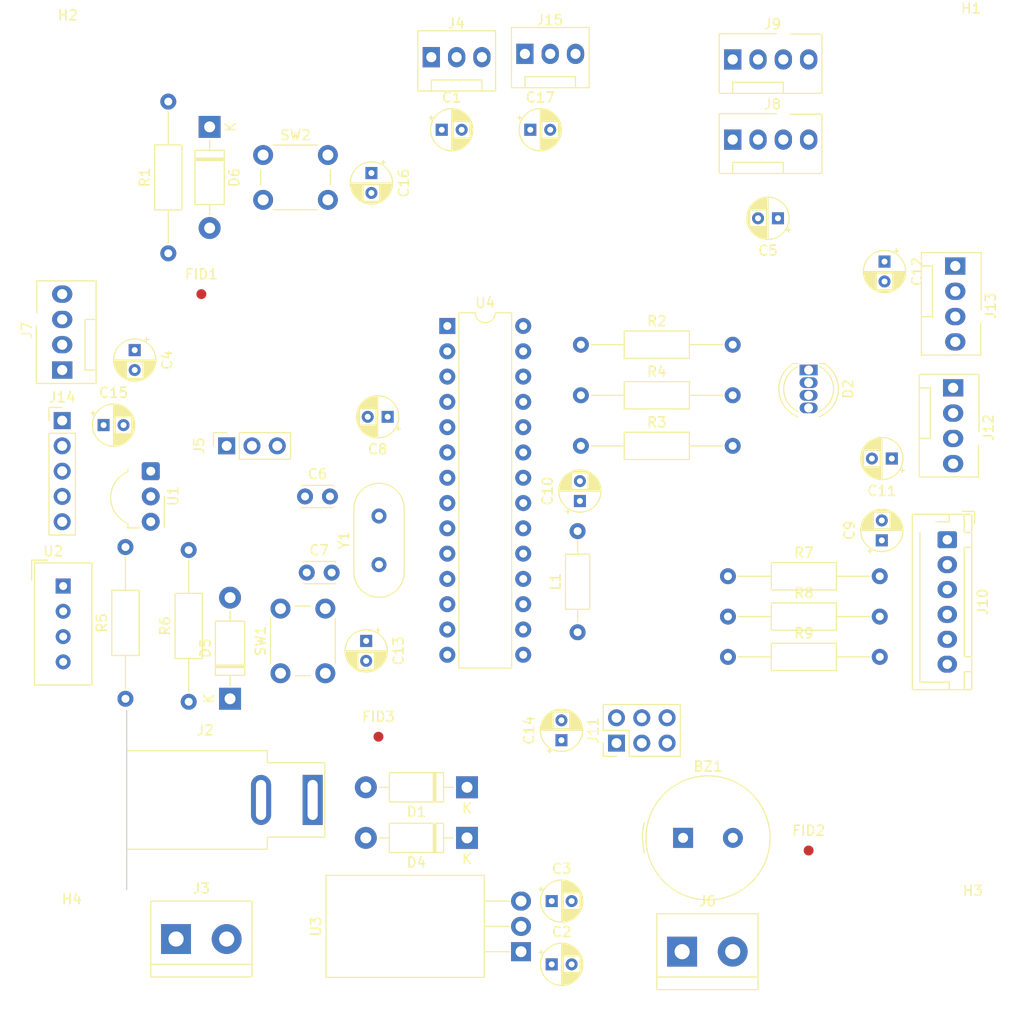
<source format=kicad_pcb>
(kicad_pcb (version 20240108) (generator "pcbnew") (generator_version "8.0")
  (layers (0 "F.Cu" signal) (31 "B.Cu" signal) (34 "B.Paste" user) (35 "F.Paste" user) (36 "B.SilkS" user "B.Silkscreen") (37 "F.SilkS" user "F.Silkscreen") (38 "B.Mask" user) (39 "F.Mask" user) (44 "Edge.Cuts" user))
  (net 0 "")
  (net 1 "/IO_BUZZ")
  (net 2 "GND")
  (net 3 "+5V")
  (net 4 "VCC")
  (net 5 "/MCU_XTAL1")
  (net 6 "/MCU_XTAL2")
  (net 7 "/MCU_RESET")
  (net 8 "/IO_USER")
  (net 9 "Net-(D1-A)")
  (net 10 "Net-(D2-RA)")
  (net 11 "Net-(D2-GA)")
  (net 12 "Net-(D2-BA)")
  (net 13 "Net-(D4-A)")
  (net 14 "/IO_SERV_R")
  (net 15 "/IO_PIR")
  (net 16 "/MCU_TXD")
  (net 17 "/MCU_RXD")
  (net 18 "/AD5{slash}SCL")
  (net 19 "/AD4{slash}SDA")
  (net 21 "/MOSI_R")
  (net 22 "/MCU_SS")
  (net 23 "/SCK_R")
  (net 24 "/MISO_R")
  (net 25 "/MCU_SCK")
  (net 26 "/MCU_MOSI")
  (net 27 "/MCU_MISO")
  (net 29 "/AD2_RAIN")
  (net 31 "/AD3_MQ2")
  (net 32 "/IO_SERV_L")
  (net 33 "/AVCC_IND")
  (net 34 "/IO_LED_R")
  (net 35 "/IO_LED_B")
  (net 36 "/IO_LED_G")
  (net 37 "/IO_DHT")
  (net 38 "/IO_IR_REC")
  (footprint "Diode_THT:D_DO-41_SOD81_P10.16mm_Horizontal" (layer "F.Cu") (at 96.86 128.27 90)
    (property "Reference" "D5" (at 5.08 -2.47 270) (layer "F.SilkS"))
    (property "Value" "1N47xxA")
    (fp_text user "K" (at 0 -2.1 270) (layer "F.SilkS"))
    (pad "1" thru_hole rect (at 0 0 90) (size 2.2 2.2) (drill 1.1) (layers "*.Cu" "*.Mask") (net 3 "+5V"))
    (pad "2" thru_hole oval (at 10.16 0 90) (size 2.2 2.2) (drill 1.1) (layers "*.Cu" "*.Mask") (net 7 "/MCU_RESET"))
  )
  (footprint "Capacitor_THT:CP_Radial_D4.0mm_P2.00mm" (layer "F.Cu") (at 111.05 75.47 -90)
    (property "Reference" "C16" (at 1 -3.25 90) (layer "F.SilkS"))
    (property "Value" "100nF 25V")
    (pad "1" thru_hole rect (at 0 0 270) (size 1.2 1.2) (drill 0.6) (layers "*.Cu" "*.Mask") (net 8 "/IO_USER"))
    (pad "2" thru_hole circle (at 2 0 270) (size 1.2 1.2) (drill 0.6) (layers "*.Cu" "*.Mask") (net 2 "GND"))
  )
  (footprint "Capacitor_THT:CP_Radial_D4.0mm_P2.00mm" (layer "F.Cu") (at 118.11 71.12)
    (property "Reference" "C1" (at 1 -3.25 0) (layer "F.SilkS"))
    (property "Value" "100nF 25V")
    (pad "1" thru_hole rect (at 0 0) (size 1.2 1.2) (drill 0.6) (layers "*.Cu" "*.Mask") (net 3 "+5V"))
    (pad "2" thru_hole circle (at 2 0) (size 1.2 1.2) (drill 0.6) (layers "*.Cu" "*.Mask") (net 2 "GND"))
  )
  (footprint "Connector_BarrelJack:BarrelJack_SwitchcraftConxall_RAPC10U_Horizontal" (layer "F.Cu") (at 105.15 138.43)
    (property "Reference" "J2" (at -10.8 -7 0) (layer "F.SilkS"))
    (property "Value" "12V INPUT")
    (fp_line (start -18.67 -9) (end -18.67 9) (stroke (width 0.12)) (layer "Edge.Cuts"))
    (pad "1" thru_hole rect (at 0 0) (size 2.02 5.02) (drill oval 1.02 4.02) (layers "*.Cu" "*.Mask") (net 9 "Net-(D1-A)"))
    (pad "2" thru_hole oval (at -5.18 0) (size 2.02 5.02) (drill oval 1.02 4.02) (layers "*.Cu" "*.Mask") (net 2 "GND"))
  )
  (footprint "Resistor_THT:R_Axial_DIN0207_L6.3mm_D2.5mm_P15.24mm_Horizontal" (layer "F.Cu") (at 146.8416 124.0624)
    (property "Reference" "R9" (at 7.62 -2.37 0) (layer "F.SilkS"))
    (property "Value" "330R 1/4W")
    (pad "1" thru_hole circle (at 0 0) (size 1.6 1.6) (drill 0.8) (layers "*.Cu" "*.Mask") (net 25 "/MCU_SCK"))
    (pad "2" thru_hole oval (at 15.24 0) (size 1.6 1.6) (drill 0.8) (layers "*.Cu" "*.Mask") (net 23 "/SCK_R"))
  )
  (footprint "TerminalBlock:TerminalBlock_bornier-2_P5.08mm" (layer "F.Cu") (at 91.44 152.4)
    (property "Reference" "J3" (at 2.54 -5.08 0) (layer "F.SilkS"))
    (property "Value" "Screw_Terminal_01x02")
    (pad "1" thru_hole rect (at 0 0) (size 3 3) (drill 1.52) (layers "*.Cu" "*.Mask") (net 13 "Net-(D4-A)"))
    (pad "2" thru_hole circle (at 5.08 0) (size 3 3) (drill 1.52) (layers "*.Cu" "*.Mask") (net 2 "GND"))
  )
  (footprint "Sensor:Aosong_DHT11_5.5x12.0_P2.54mm" (layer "F.Cu") (at 80.1075 116.945)
    (property "Reference" "U2" (at -1 -3.5 0) (layer "F.SilkS"))
    (property "Value" "DHT11")
    (pad "1" thru_hole rect (at 0 0) (size 1.5 1.5) (drill 0.8) (layers "*.Cu" "*.Mask") (net 3 "+5V"))
    (pad "2" thru_hole circle (at 0 2.54) (size 1.5 1.5) (drill 0.8) (layers "*.Cu" "*.Mask") (net 37 "/IO_DHT"))
    (pad "3" thru_hole circle (at 0 5.08) (size 1.5 1.5) (drill 0.8) (layers "*.Cu" "*.Mask"))
    (pad "4" thru_hole circle (at 0 7.62) (size 1.5 1.5) (drill 0.8) (layers "*.Cu" "*.Mask") (net 2 "GND"))
  )
  (footprint "Connector_JST:JST_XH_B6B-XH-AM_1x06_P2.50mm_Vertical" (layer "F.Cu") (at 168.8592 112.2972 -90)
    (property "Reference" "J10" (at 6.25 -3.55 90) (layer "F.SilkS"))
    (property "Value" "Conn_01x06_Pin")
    (pad "" np_thru_hole circle (at -1.6 2 270) (size 1.2 1.2) (drill 1.2) (layers "*.Cu" "*.Mask"))
    (pad "1" thru_hole roundrect (at 0 0 270) (size 1.7 1.95) (drill 0.95) (layers "*.Cu" "*.Mask") (roundrect_rratio 0.147059) (net 3 "+5V"))
    (pad "2" thru_hole oval (at 2.5 0 270) (size 1.7 1.95) (drill 0.95) (layers "*.Cu" "*.Mask") (net 22 "/MCU_SS"))
    (pad "3" thru_hole oval (at 5 0 270) (size 1.7 1.95) (drill 0.95) (layers "*.Cu" "*.Mask") (net 21 "/MOSI_R"))
    (pad "4" thru_hole oval (at 7.5 0 270) (size 1.7 1.95) (drill 0.95) (layers "*.Cu" "*.Mask") (net 24 "/MISO_R"))
    (pad "5" thru_hole oval (at 10 0 270) (size 1.7 1.95) (drill 0.95) (layers "*.Cu" "*.Mask") (net 23 "/SCK_R"))
    (pad "6" thru_hole oval (at 12.5 0 270) (size 1.7 1.95) (drill 0.95) (layers "*.Cu" "*.Mask") (net 2 "GND"))
  )
  (footprint "Capacitor_THT:CP_Radial_D4.0mm_P2.00mm" (layer "F.Cu") (at 110.523 122.46 -90)
    (property "Reference" "C13" (at 1 -3.25 90) (layer "F.SilkS"))
    (property "Value" "100nF 25V")
    (pad "1" thru_hole rect (at 0 0 270) (size 1.2 1.2) (drill 0.6) (layers "*.Cu" "*.Mask") (net 7 "/MCU_RESET"))
    (pad "2" thru_hole circle (at 2 0 270) (size 1.2 1.2) (drill 0.6) (layers "*.Cu" "*.Mask") (net 2 "GND"))
  )
  (footprint "Resistor_THT:R_Axial_DIN0207_L6.3mm_D2.5mm_P15.24mm_Horizontal" (layer "F.Cu") (at 92.71 128.57 90)
    (property "Reference" "R6" (at 7.62 -2.37 270) (layer "F.SilkS"))
    (property "Value" "10K 1/4W")
    (pad "1" thru_hole circle (at 0 0 90) (size 1.6 1.6) (drill 0.8) (layers "*.Cu" "*.Mask") (net 7 "/MCU_RESET"))
    (pad "2" thru_hole oval (at 15.24 0 90) (size 1.6 1.6) (drill 0.8) (layers "*.Cu" "*.Mask") (net 3 "+5V"))
  )
  (footprint "Capacitor_THT:CP_Radial_D4.0mm_P2.00mm" (layer "F.Cu") (at 131.9784 108.4072 90)
    (property "Reference" "C10" (at 1 -3.25 -90) (layer "F.SilkS"))
    (property "Value" "100nF 25V")
    (pad "1" thru_hole rect (at 0 0 90) (size 1.2 1.2) (drill 0.6) (layers "*.Cu" "*.Mask") (net 3 "+5V"))
    (pad "2" thru_hole circle (at 2 0 90) (size 1.2 1.2) (drill 0.6) (layers "*.Cu" "*.Mask") (net 2 "GND"))
  )
  (footprint "Capacitor_THT:CP_Radial_D4.0mm_P2.00mm" (layer "F.Cu") (at 129.15 154.94)
    (property "Reference" "C2" (at 1 -3.25 0) (layer "F.SilkS"))
    (property "Value" "330nF 25V ")
    (pad "1" thru_hole rect (at 0 0) (size 1.2 1.2) (drill 0.6) (layers "*.Cu" "*.Mask") (net 4 "VCC"))
    (pad "2" thru_hole circle (at 2 0) (size 1.2 1.2) (drill 0.6) (layers "*.Cu" "*.Mask") (net 2 "GND"))
  )
  (footprint "Capacitor_THT:C_Disc_D3.0mm_W2.0mm_P2.50mm" (layer "F.Cu") (at 104.3886 107.95)
    (property "Reference" "C6" (at 1.25 -2.25 0) (layer "F.SilkS"))
    (property "Value" "12pF")
    (pad "1" thru_hole circle (at 0 0) (size 1.6 1.6) (drill 0.8) (layers "*.Cu" "*.Mask") (net 2 "GND"))
    (pad "2" thru_hole circle (at 2.5 0) (size 1.6 1.6) (drill 0.8) (layers "*.Cu" "*.Mask") (net 5 "/MCU_XTAL1"))
  )
  (footprint "Fiducial:Fiducial_1mm_Mask2mm" (layer "F.Cu") (at 154.94 143.51)
    (property "Reference" "FID2" (at 0 -2 0) (layer "F.SilkS"))
    (property "Value" "Fiducial")
    (pad "" smd circle (at 0 0) (size 1 1) (layers "F.Cu" "F.Mask") (clearance 0.5))
  )
  (footprint "Capacitor_THT:CP_Radial_D4.0mm_P2.00mm" (layer "F.Cu") (at 84.164801 100.78)
    (property "Reference" "C15" (at 1 -3.25 0) (layer "F.SilkS"))
    (property "Value" "100nF 25V")
    (pad "1" thru_hole rect (at 0 0) (size 1.2 1.2) (drill 0.6) (layers "*.Cu" "*.Mask") (net 3 "+5V"))
    (pad "2" thru_hole circle (at 2 0) (size 1.2 1.2) (drill 0.6) (layers "*.Cu" "*.Mask") (net 2 "GND"))
  )
  (footprint "Capacitor_THT:CP_Radial_D4.0mm_P2.00mm" (layer "F.Cu") (at 163.29 104.14 180)
    (property "Reference" "C11" (at 1 -3.25 180) (layer "F.SilkS"))
    (property "Value" "100nF 25V")
    (pad "1" thru_hole rect (at 0 0 180) (size 1.2 1.2) (drill 0.6) (layers "*.Cu" "*.Mask") (net 3 "+5V"))
    (pad "2" thru_hole circle (at 2 0 180) (size 1.2 1.2) (drill 0.6) (layers "*.Cu" "*.Mask") (net 2 "GND"))
  )
  (footprint "Resistor_THT:R_Axial_DIN0207_L6.3mm_D2.5mm_P15.24mm_Horizontal" (layer "F.Cu") (at 132.08 97.79)
    (property "Reference" "R4" (at 7.62 -2.37 0) (layer "F.SilkS"))
    (property "Value" "330R 1/4W")
    (pad "1" thru_hole circle (at 0 0) (size 1.6 1.6) (drill 0.8) (layers "*.Cu" "*.Mask") (net 36 "/IO_LED_G"))
    (pad "2" thru_hole oval (at 15.24 0) (size 1.6 1.6) (drill 0.8) (layers "*.Cu" "*.Mask") (net 12 "Net-(D2-BA)"))
  )
  (footprint "Fiducial:Fiducial_1mm_Mask2mm" (layer "F.Cu") (at 111.76 132.08)
    (property "Reference" "FID3" (at 0 -2 0) (layer "F.SilkS"))
    (property "Value" "Fiducial")
    (pad "" smd circle (at 0 0) (size 1 1) (layers "F.Cu" "F.Mask") (clearance 0.5))
  )
  (footprint "Capacitor_THT:CP_Radial_D4.0mm_P2.00mm" (layer "F.Cu") (at 162.2848 112.3604 90)
    (property "Reference" "C9" (at 1 -3.25 -90) (layer "F.SilkS"))
    (property "Value" "100nF 25V")
    (pad "1" thru_hole rect (at 0 0 90) (size 1.2 1.2) (drill 0.6) (layers "*.Cu" "*.Mask") (net 3 "+5V"))
    (pad "2" thru_hole circle (at 2 0 90) (size 1.2 1.2) (drill 0.6) (layers "*.Cu" "*.Mask") (net 2 "GND"))
  )
  (footprint "Capacitor_THT:CP_Radial_D4.0mm_P2.00mm" (layer "F.Cu") (at 112.681799 99.949 180)
    (property "Reference" "C8" (at 1 -3.25 180) (layer "F.SilkS"))
    (property "Value" "100nF 25V")
    (pad "1" thru_hole rect (at 0 0 180) (size 1.2 1.2) (drill 0.6) (layers "*.Cu" "*.Mask") (net 3 "+5V"))
    (pad "2" thru_hole circle (at 2 0 180) (size 1.2 1.2) (drill 0.6) (layers "*.Cu" "*.Mask") (net 2 "GND"))
  )
  (footprint "Diode_THT:D_DO-41_SOD81_P10.16mm_Horizontal" (layer "F.Cu") (at 120.65 137.16 180)
    (property "Reference" "D1" (at 5.08 -2.47 180) (layer "F.SilkS"))
    (property "Value" "1N47xxA")
    (fp_text user "K" (at 0 -2.1 180) (layer "F.SilkS"))
    (pad "1" thru_hole rect (at 0 0 180) (size 2.2 2.2) (drill 1.1) (layers "*.Cu" "*.Mask") (net 4 "VCC"))
    (pad "2" thru_hole oval (at 10.16 0 180) (size 2.2 2.2) (drill 1.1) (layers "*.Cu" "*.Mask") (net 9 "Net-(D1-A)"))
  )
  (footprint "Diode_THT:D_DO-41_SOD81_P10.16mm_Horizontal" (layer "F.Cu") (at 94.81 70.83 -90)
    (property "Reference" "D6" (at 5.08 -2.47 90) (layer "F.SilkS"))
    (property "Value" "1N47xxA")
    (fp_text user "K" (at 0 -2.1 90) (layer "F.SilkS"))
    (pad "1" thru_hole rect (at 0 0 270) (size 2.2 2.2) (drill 1.1) (layers "*.Cu" "*.Mask") (net 3 "+5V"))
    (pad "2" thru_hole oval (at 10.16 0 270) (size 2.2 2.2) (drill 1.1) (layers "*.Cu" "*.Mask") (net 8 "/IO_USER"))
  )
  (footprint "Button_Switch_THT:SW_PUSH_6mm" (layer "F.Cu") (at 101.923 125.71 90)
    (property "Reference" "SW1" (at 3.25 -2 270) (layer "F.SilkS"))
    (property "Value" "SW_Push_Dual")
    (pad "1" thru_hole circle (at 0 0 180) (size 2 2) (drill 1.1) (layers "*.Cu" "*.Mask") (net 7 "/MCU_RESET"))
    (pad "1" thru_hole circle (at 6.5 0 180) (size 2 2) (drill 1.1) (layers "*.Cu" "*.Mask") (net 7 "/MCU_RESET"))
    (pad "2" thru_hole circle (at 0 4.5 180) (size 2 2) (drill 1.1) (layers "*.Cu" "*.Mask") (net 7 "/MCU_RESET"))
    (pad "2" thru_hole circle (at 6.5 4.5 180) (size 2 2) (drill 1.1) (layers "*.Cu" "*.Mask") (net 7 "/MCU_RESET"))
  )
  (footprint "MountingHole:MountingHole_4.3mm_M4" (layer "F.Cu") (at 80.5688 64.9224)
    (property "Reference" "H2" (at 0 -5.3 0) (layer "F.SilkS"))
    (property "Value" "MountingHole")
    (pad "" np_thru_hole circle (at 0 0) (size 4.3 4.3) (drill 4.3) (layers "*.Cu" "*.Mask"))
  )
  (footprint "Resistor_THT:R_Axial_DIN0207_L6.3mm_D2.5mm_P15.24mm_Horizontal" (layer "F.Cu") (at 86.36 128.27 90)
    (property "Reference" "R5" (at 7.62 -2.37 270) (layer "F.SilkS"))
    (property "Value" "10K 1/4W")
    (pad "1" thru_hole circle (at 0 0 90) (size 1.6 1.6) (drill 0.8) (layers "*.Cu" "*.Mask") (net 37 "/IO_DHT"))
    (pad "2" thru_hole oval (at 15.24 0 90) (size 1.6 1.6) (drill 0.8) (layers "*.Cu" "*.Mask") (net 3 "+5V"))
  )
  (footprint "OptoDevice:Vishay_MOLD-3Pin" (layer "F.Cu") (at 88.9 105.41 -90)
    (property "Reference" "U1" (at 2.5 -2.25 90) (layer "F.SilkS"))
    (property "Value" "TSDP341xx")
    (pad "1" thru_hole roundrect (at 0 0 270) (size 1.8 1.8) (drill 0.9) (layers "*.Cu" "*.Mask") (roundrect_rratio 0.138) (net 38 "/IO_IR_REC"))
    (pad "2" thru_hole circle (at 2.54 0 270) (size 1.8 1.8) (drill 0.9) (layers "*.Cu" "*.Mask") (net 2 "GND"))
    (pad "3" thru_hole circle (at 5.08 0 270) (size 1.8 1.8) (drill 0.9) (layers "*.Cu" "*.Mask") (net 3 "+5V"))
  )
  (footprint "Connector:FanPinHeader_1x04_P2.54mm_Vertical" (layer "F.Cu") (at 169.66 84.805199 -90)
    (property "Reference" "J13" (at 4 -3.55 90) (layer "F.SilkS"))
    (property "Value" "Conn_01x04_Socket")
    (pad "" np_thru_hole circle (at 5.08 -2.16) (size 1.1 1.1) (drill 1.1) (layers "*.Cu" "*.Mask"))
    (pad "1" thru_hole rect (at 0 0) (size 2.03 1.73) (drill 1.02) (layers "*.Cu" "*.Mask") (net 3 "+5V"))
    (pad "2" thru_hole oval (at 2.54 0) (size 2.03 1.73) (drill 1.02) (layers "*.Cu" "*.Mask") (net 2 "GND"))
    (pad "3" thru_hole oval (at 5.08 0) (size 2.03 1.73) (drill 1.02) (layers "*.Cu" "*.Mask"))
    (pad "4" thru_hole oval (at 7.62 0) (size 2.03 1.73) (drill 1.02) (layers "*.Cu" "*.Mask") (net 31 "/AD3_MQ2"))
  )
  (footprint "Connector:FanPinHeader_1x03_P2.54mm_Vertical" (layer "F.Cu") (at 126.46 63.5)
    (property "Reference" "J15" (at 2.5 -3.4 0) (layer "F.SilkS"))
    (property "Value" "Conn_01x03_Socket")
    (pad "1" thru_hole rect (at 0 0 90) (size 2.03 1.73) (drill 1.02) (layers "*.Cu" "*.Mask") (net 32 "/IO_SERV_L"))
    (pad "2" thru_hole oval (at 2.54 0 90) (size 2.03 1.73) (drill 1.02) (layers "*.Cu" "*.Mask") (net 3 "+5V"))
    (pad "3" thru_hole oval (at 5.08 0 90) (size 2.03 1.73) (drill 1.02) (layers "*.Cu" "*.Mask") (net 2 "GND"))
  )
  (footprint "Connector:FanPinHeader_1x04_P2.54mm_Vertical" (layer "F.Cu") (at 169.444801 97.04 -90)
    (property "Reference" "J12" (at 4 -3.55 90) (layer "F.SilkS"))
    (property "Value" "Conn_01x04_Socket")
    (pad "" np_thru_hole circle (at 5.08 -2.16) (size 1.1 1.1) (drill 1.1) (layers "*.Cu" "*.Mask"))
    (pad "1" thru_hole rect (at 0 0) (size 2.03 1.73) (drill 1.02) (layers "*.Cu" "*.Mask") (net 3 "+5V"))
    (pad "2" thru_hole oval (at 2.54 0) (size 2.03 1.73) (drill 1.02) (layers "*.Cu" "*.Mask") (net 2 "GND"))
    (pad "3" thru_hole oval (at 5.08 0) (size 2.03 1.73) (drill 1.02) (layers "*.Cu" "*.Mask"))
    (pad "4" thru_hole oval (at 7.62 0) (size 2.03 1.73) (drill 1.02) (layers "*.Cu" "*.Mask") (net 29 "/AD2_RAIN"))
  )
  (footprint "Capacitor_THT:CP_Radial_D4.0mm_P2.00mm" (layer "F.Cu") (at 87.2878 93.25 -90)
    (property "Reference" "C4" (at 1 -3.25 90) (layer "F.SilkS"))
    (property "Value" "100nF 25V")
    (pad "1" thru_hole rect (at 0 0 270) (size 1.2 1.2) (drill 0.6) (layers "*.Cu" "*.Mask") (net 3 "+5V"))
    (pad "2" thru_hole circle (at 2 0 270) (size 1.2 1.2) (drill 0.6) (layers "*.Cu" "*.Mask") (net 2 "GND"))
  )
  (footprint "Connector_PinSocket_2.54mm:PinSocket_1x03_P2.54mm_Vertical" (layer "F.Cu") (at 96.52 102.87 90)
    (property "Reference" "J5" (at 0 -2.77 270) (layer "F.SilkS"))
    (property "Value" "Conn_01x03_Socket")
    (pad "1" thru_hole rect (at 0 0 90) (size 1.7 1.7) (drill 1) (layers "*.Cu" "*.Mask") (net 3 "+5V"))
    (pad "2" thru_hole oval (at 0 2.54 90) (size 1.7 1.7) (drill 1) (layers "*.Cu" "*.Mask") (net 15 "/IO_PIR"))
    (pad "3" thru_hole oval (at 0 5.08 90) (size 1.7 1.7) (drill 1) (layers "*.Cu" "*.Mask") (net 2 "GND"))
  )
  (footprint "Capacitor_THT:CP_Radial_D4.0mm_P2.00mm" (layer "F.Cu") (at 151.86 80.01 180)
    (property "Reference" "C5" (at 1 -3.25 180) (layer "F.SilkS"))
    (property "Value" "100nF 25V")
    (pad "1" thru_hole rect (at 0 0 180) (size 1.2 1.2) (drill 0.6) (layers "*.Cu" "*.Mask") (net 3 "+5V"))
    (pad "2" thru_hole circle (at 2 0 180) (size 1.2 1.2) (drill 0.6) (layers "*.Cu" "*.Mask") (net 2 "GND"))
  )
  (footprint "MountingHole:MountingHole_4.3mm_M4" (layer "F.Cu") (at 80.9752 153.6954)
    (property "Reference" "H4" (at 0 -5.3 0) (layer "F.SilkS"))
    (property "Value" "MountingHole")
    (pad "" np_thru_hole circle (at 0 0) (size 4.3 4.3) (drill 4.3) (layers "*.Cu" "*.Mask"))
  )
  (footprint "Resistor_THT:R_Axial_DIN0207_L6.3mm_D2.5mm_P15.24mm_Horizontal" (layer "F.Cu") (at 132.08 92.71)
    (property "Reference" "R2" (at 7.62 -2.37 0) (layer "F.SilkS"))
    (property "Value" "330R 1/4W")
    (pad "1" thru_hole circle (at 0 0) (size 1.6 1.6) (drill 0.8) (layers "*.Cu" "*.Mask") (net 34 "/IO_LED_R"))
    (pad "2" thru_hole oval (at 15.24 0) (size 1.6 1.6) (drill 0.8) (layers "*.Cu" "*.Mask") (net 10 "Net-(D2-RA)"))
  )
  (footprint "Resistor_THT:R_Axial_DIN0207_L6.3mm_D2.5mm_P15.24mm_Horizontal" (layer "F.Cu") (at 90.66 83.53 90)
    (property "Reference" "R1" (at 7.62 -2.37 270) (layer "F.SilkS"))
    (property "Value" "10K 1/4W")
    (pad "1" thru_hole circle (at 0 0 90) (size 1.6 1.6) (drill 0.8) (layers "*.Cu" "*.Mask") (net 8 "/IO_USER"))
    (pad "2" thru_hole oval (at 15.24 0 90) (size 1.6 1.6) (drill 0.8) (layers "*.Cu" "*.Mask") (net 3 "+5V"))
  )
  (footprint "Capacitor_THT:CP_Radial_D4.0mm_P2.00mm" (layer "F.Cu") (at 129.15 148.59)
    (property "Reference" "C3" (at 1 -3.25 0) (layer "F.SilkS"))
    (property "Value" "100nF 25V")
    (pad "1" thru_hole rect (at 0 0) (size 1.2 1.2) (drill 0.6) (layers "*.Cu" "*.Mask") (net 3 "+5V"))
    (pad "2" thru_hole circle (at 2 0) (size 1.2 1.2) (drill 0.6) (layers "*.Cu" "*.Mask") (net 2 "GND"))
  )
  (footprint "Buzzer_Beeper:Buzzer_TDK_PS1240P02BT_D12.2mm_H6.5mm" (layer "F.Cu") (at 142.338431 142.24)
    (property "Reference" "BZ1" (at 2.5 -7.17 0) (layer "F.SilkS"))
    (property "Value" "Buzzer")
    (pad "1" thru_hole rect (at 0 0) (size 2 2) (drill 1) (layers "*.Cu" "*.Mask") (net 1 "/IO_BUZZ"))
    (pad "2" thru_hole circle (at 5 0) (size 2 2) (drill 1) (layers "*.Cu" "*.Mask") (net 2 "GND"))
  )
  (footprint "Capacitor_THT:CP_Radial_D4.0mm_P2.00mm" (layer "F.Cu") (at 127 71.12)
    (property "Reference" "C17" (at 1 -3.25 0) (layer "F.SilkS"))
    (property "Value" "100nF 25V")
    (pad "1" thru_hole rect (at 0 0) (size 1.2 1.2) (drill 0.6) (layers "*.Cu" "*.Mask") (net 3 "+5V"))
    (pad "2" thru_hole circle (at 2 0) (size 1.2 1.2) (drill 0.6) (layers "*.Cu" "*.Mask") (net 2 "GND"))
  )
  (footprint "TerminalBlock:TerminalBlock_bornier-2_P5.08mm" (layer "F.Cu") (at 142.24 153.67)
    (property "Reference" "J6" (at 2.54 -5.08 0) (layer "F.SilkS"))
    (property "Value" "Screw_Terminal_01x02")
    (pad "1" thru_hole rect (at 0 0) (size 3 3) (drill 1.52) (layers "*.Cu" "*.Mask") (net 1 "/IO_BUZZ"))
    (pad "2" thru_hole circle (at 5.08 0) (size 3 3) (drill 1.52) (layers "*.Cu" "*.Mask") (net 2 "GND"))
  )
  (footprint "Capacitor_THT:C_Disc_D3.0mm_W2.0mm_P2.50mm" (layer "F.Cu") (at 104.561 115.5954)
    (property "Reference" "C7" (at 1.25 -2.25 0) (layer "F.SilkS"))
    (property "Value" "12pF")
    (pad "1" thru_hole circle (at 0 0) (size 1.6 1.6) (drill 0.8) (layers "*.Cu" "*.Mask") (net 2 "GND"))
    (pad "2" thru_hole circle (at 2.5 0) (size 1.6 1.6) (drill 0.8) (layers "*.Cu" "*.Mask") (net 6 "/MCU_XTAL2"))
  )
  (footprint "Resistor_THT:R_Axial_DIN0207_L6.3mm_D2.5mm_P15.24mm_Horizontal" (layer "F.Cu") (at 132.08 102.87)
    (property "Reference" "R3" (at 7.62 -2.37 0) (layer "F.SilkS"))
    (property "Value" "330R 1/4W")
    (pad "1" thru_hole circle (at 0 0) (size 1.6 1.6) (drill 0.8) (layers "*.Cu" "*.Mask") (net 35 "/IO_LED_B"))
    (pad "2" thru_hole oval (at 15.24 0) (size 1.6 1.6) (drill 0.8) (layers "*.Cu" "*.Mask") (net 11 "Net-(D2-GA)"))
  )
  (footprint "LED_THT:LED_D5.0mm-4_RGB" (layer "F.Cu") (at 154.94 95.25 -90)
    (property "Reference" "D2" (at 1.905 -3.96 90) (layer "F.SilkS"))
    (property "Value" "LED_KRBG")
    (pad "1" thru_hole rect (at 0 0 270) (size 1.07 1.8) (drill 0.9) (layers "*.Cu" "*.Mask") (net 2 "GND"))
    (pad "2" thru_hole oval (at 1.27 0 270) (size 1.07 1.8) (drill 0.9) (layers "*.Cu" "*.Mask") (net 10 "Net-(D2-RA)"))
    (pad "3" thru_hole oval (at 2.54 0 270) (size 1.07 1.8) (drill 0.9) (layers "*.Cu" "*.Mask") (net 12 "Net-(D2-BA)"))
    (pad "4" thru_hole oval (at 3.81 0 270) (size 1.07 1.8) (drill 0.9) (layers "*.Cu" "*.Mask") (net 11 "Net-(D2-GA)"))
  )
  (footprint "Connector_PinHeader_2.54mm:PinHeader_1x05_P2.54mm_Vertical" (layer "F.Cu") (at 80.01 100.33)
    (property "Reference" "J14" (at 0 -2.33 0) (layer "F.SilkS"))
    (property "Value" "Conn_01x05_Pin")
    (pad "1" thru_hole rect (at 0 0) (size 1.7 1.7) (drill 1) (layers "*.Cu" "*.Mask") (net 7 "/MCU_RESET"))
    (pad "2" thru_hole oval (at 0 2.54) (size 1.7 1.7) (drill 1) (layers "*.Cu" "*.Mask") (net 3 "+5V"))
    (pad "3" thru_hole oval (at 0 5.08) (size 1.7 1.7) (drill 1) (layers "*.Cu" "*.Mask") (net 2 "GND"))
    (pad "4" thru_hole oval (at 0 7.62) (size 1.7 1.7) (drill 1) (layers "*.Cu" "*.Mask") (net 16 "/MCU_TXD"))
    (pad "5" thru_hole oval (at 0 10.16) (size 1.7 1.7) (drill 1) (layers "*.Cu" "*.Mask") (net 17 "/MCU_RXD"))
  )
  (footprint "Connector:FanPinHeader_1x04_P2.54mm_Vertical" (layer "F.Cu") (at 80.01 95.25 90)
    (property "Reference" "J7" (at 4 -3.55 270) (layer "F.SilkS"))
    (property "Value" "Conn_01x04_Socket")
    (pad "" np_thru_hole circle (at 5.08 -2.16 180) (size 1.1 1.1) (drill 1.1) (layers "*.Cu" "*.Mask"))
    (pad "1" thru_hole rect (at 0 0 180) (size 2.03 1.73) (drill 1.02) (layers "*.Cu" "*.Mask") (net 3 "+5V"))
    (pad "2" thru_hole oval (at 2.54 0 180) (size 2.03 1.73) (drill 1.02) (layers "*.Cu" "*.Mask") (net 16 "/MCU_TXD"))
    (pad "3" thru_hole oval (at 5.08 0 180) (size 2.03 1.73) (drill 1.02) (layers "*.Cu" "*.Mask") (net 17 "/MCU_RXD"))
    (pad "4" thru_hole oval (at 7.62 0 180) (size 2.03 1.73) (drill 1.02) (layers "*.Cu" "*.Mask") (net 2 "GND"))
  )
  (footprint "Diode_THT:D_DO-41_SOD81_P10.16mm_Horizontal" (layer "F.Cu") (at 120.65 142.24 180)
    (property "Reference" "D4" (at 5.08 -2.47 180) (layer "F.SilkS"))
    (property "Value" "1N47xxA")
    (fp_text user "K" (at 0 -2.1 180) (layer "F.SilkS"))
    (pad "1" thru_hole rect (at 0 0 180) (size 2.2 2.2) (drill 1.1) (layers "*.Cu" "*.Mask") (net 4 "VCC"))
    (pad "2" thru_hole oval (at 10.16 0 180) (size 2.2 2.2) (drill 1.1) (layers "*.Cu" "*.Mask") (net 13 "Net-(D4-A)"))
  )
  (footprint "MountingHole:MountingHole_4.3mm_M4" (layer "F.Cu") (at 171.2468 64.2366)
    (property "Reference" "H1" (at 0 -5.3 0) (layer "F.SilkS"))
    (property "Value" "MountingHole")
    (pad "" np_thru_hole circle (at 0 0) (size 4.3 4.3) (drill 4.3) (layers "*.Cu" "*.Mask"))
  )
  (footprint "Capacitor_THT:CP_Radial_D4.0mm_P2.00mm" (layer "F.Cu") (at 162.56 84.36 -90)
    (property "Reference" "C12" (at 1 -3.25 90) (layer "F.SilkS"))
    (property "Value" "100nF 25V")
    (pad "1" thru_hole rect (at 0 0 270) (size 1.2 1.2) (drill 0.6) (layers "*.Cu" "*.Mask") (net 3 "+5V"))
    (pad "2" thru_hole circle (at 2 0 270) (size 1.2 1.2) (drill 0.6) (layers "*.Cu" "*.Mask") (net 2 "GND"))
  )
  (footprint "Inductor_THT:L_Axial_L5.3mm_D2.2mm_P10.16mm_Horizontal_Vishay_IM-1" (layer "F.Cu") (at 131.7498 121.5898 90)
    (property "Reference" "L1" (at 5.08 -2.22 -90) (layer "F.SilkS"))
    (property "Value" "10uH 15mA 10%")
    (pad "1" thru_hole circle (at 0 0 90) (size 1.6 1.6) (drill 0.8) (layers "*.Cu" "*.Mask") (net 3 "+5V"))
    (pad "2" thru_hole oval (at 10.16 0 90) (size 1.6 1.6) (drill 0.8) (layers "*.Cu" "*.Mask") (net 33 "/AVCC_IND"))
  )
  (footprint "Package_DIP:DIP-28_W7.62mm" (layer "F.Cu") (at 118.6688 90.8304)
    (property "Reference" "U4" (at 3.81 -2.33 0) (layer "F.SilkS"))
    (property "Value" "ATmega328P-P")
    (pad "1" thru_hole rect (at 0 0) (size 1.6 1.6) (drill 0.8) (layers "*.Cu" "*.Mask") (net 7 "/MCU_RESET"))
    (pad "2" thru_hole oval (at 0 2.54) (size 1.6 1.6) (drill 0.8) (layers "*.Cu" "*.Mask") (net 17 "/MCU_RXD"))
    (pad "3" thru_hole oval (at 0 5.08) (size 1.6 1.6) (drill 0.8) (layers "*.Cu" "*.Mask") (net 16 "/MCU_TXD"))
    (pad "4" thru_hole oval (at 0 7.62) (size 1.6 1.6) (drill 0.8) (layers "*.Cu" "*.Mask") (net 8 "/IO_USER"))
    (pad "5" thru_hole oval (at 0 10.16) (size 1.6 1.6) (drill 0.8) (layers "*.Cu" "*.Mask") (net 32 "/IO_SERV_L"))
    (pad "6" thru_hole oval (at 0 12.7) (size 1.6 1.6) (drill 0.8) (layers "*.Cu" "*.Mask") (net 15 "/IO_PIR"))
    (pad "7" thru_hole oval (at 0 15.24) (size 1.6 1.6) (drill 0.8) (layers "*.Cu" "*.Mask") (net 3 "+5V"))
    (pad "8" thru_hole oval (at 0 17.78) (size 1.6 1.6) (drill 0.8) (layers "*.Cu" "*.Mask") (net 2 "GND"))
    (pad "9" thru_hole oval (at 0 20.32) (size 1.6 1.6) (drill 0.8) (layers "*.Cu" "*.Mask") (net 5 "/MCU_XTAL1"))
    (pad "10" thru_hole oval (at 0 22.86) (size 1.6 1.6) (drill 0.8) (layers "*.Cu" "*.Mask") (net 6 "/MCU_XTAL2"))
    (pad "11" thru_hole oval (at 0 25.4) (size 1.6 1.6) (drill 0.8) (layers "*.Cu" "*.Mask") (net 38 "/IO_IR_REC"))
    (pad "12" thru_hole oval (at 0 27.94) (size 1.6 1.6) (drill 0.8) (layers "*.Cu" "*.Mask") (net 1 "/IO_BUZZ"))
    (pad "13" thru_hole oval (at 0 30.48) (size 1.6 1.6) (drill 0.8) (layers "*.Cu" "*.Mask") (net 14 "/IO_SERV_R"))
    (pad "14" thru_hole oval (at 0 33.02) (size 1.6 1.6) (drill 0.8) (layers "*.Cu" "*.Mask") (net 37 "/IO_DHT"))
    (pad "15" thru_hole oval (at 7.62 33.02) (size 1.6 1.6) (drill 0.8) (layers "*.Cu" "*.Mask") (net 34 "/IO_LED_R"))
    (pad "16" thru_hole oval (at 7.62 30.48) (size 1.6 1.6) (drill 0.8) (layers "*.Cu" "*.Mask") (net 22 "/MCU_SS"))
    (pad "17" thru_hole oval (at 7.62 27.94) (size 1.6 1.6) (drill 0.8) (layers "*.Cu" "*.Mask") (net 26 "/MCU_MOSI"))
    (pad "18" thru_hole oval (at 7.62 25.4) (size 1.6 1.6) (drill 0.8) (layers "*.Cu" "*.Mask") (net 27 "/MCU_MISO"))
    (pad "19" thru_hole oval (at 7.62 22.86) (size 1.6 1.6) (drill 0.8) (layers "*.Cu" "*.Mask") (net 25 "/MCU_SCK"))
    (pad "20" thru_hole oval (at 7.62 20.32) (size 1.6 1.6) (drill 0.8) (layers "*.Cu" "*.Mask") (net 33 "/AVCC_IND"))
    (pad "21" thru_hole oval (at 7.62 17.78) (size 1.6 1.6) (drill 0.8) (layers "*.Cu" "*.Mask"))
    (pad "22" thru_hole oval (at 7.62 15.24) (size 1.6 1.6) (drill 0.8) (layers "*.Cu" "*.Mask") (net 2 "GND"))
    (pad "23" thru_hole oval (at 7.62 12.7) (size 1.6 1.6) (drill 0.8) (layers "*.Cu" "*.Mask") (net 35 "/IO_LED_B"))
    (pad "24" thru_hole oval (at 7.62 10.16) (size 1.6 1.6) (drill 0.8) (layers "*.Cu" "*.Mask") (net 36 "/IO_LED_G"))
    (pad "25" thru_hole oval (at 7.62 7.62) (size 1.6 1.6) (drill 0.8) (layers "*.Cu" "*.Mask") (net 29 "/AD2_RAIN"))
    (pad "26" thru_hole oval (at 7.62 5.08) (size 1.6 1.6) (drill 0.8) (layers "*.Cu" "*.Mask") (net 31 "/AD3_MQ2"))
    (pad "27" thru_hole oval (at 7.62 2.54) (size 1.6 1.6) (drill 0.8) (layers "*.Cu" "*.Mask") (net 19 "/AD4{slash}SDA"))
    (pad "28" thru_hole oval (at 7.62 0) (size 1.6 1.6) (drill 0.8) (layers "*.Cu" "*.Mask") (net 18 "/AD5{slash}SCL"))
  )
  (footprint "Package_TO_SOT_THT:TO-220-3_Horizontal_TabDown" (layer "F.Cu") (at 126.07 153.67 90)
    (property "Reference" "U3" (at 2.54 -20.58 270) (layer "F.SilkS"))
    (property "Value" "L7805")
    (pad "" np_thru_hole oval (at 2.54 -16.66 90) (size 3.5 3.5) (drill 3.5) (layers "*.Cu" "*.Mask"))
    (pad "1" thru_hole rect (at 0 0 90) (size 1.905 2) (drill 1.1) (layers "*.Cu" "*.Mask") (net 4 "VCC"))
    (pad "2" thru_hole oval (at 2.54 0 90) (size 1.905 2) (drill 1.1) (layers "*.Cu" "*.Mask") (net 2 "GND"))
    (pad "3" thru_hole oval (at 5.08 0 90) (size 1.905 2) (drill 1.1) (layers "*.Cu" "*.Mask") (net 3 "+5V"))
  )
  (footprint "Connector_PinHeader_2.54mm:PinHeader_2x03_P2.54mm_Vertical" (layer "F.Cu") (at 135.651 132.72 90)
    (property "Reference" "J11" (at 1.27 -2.33 -90) (layer "F.SilkS"))
    (property "Value" "Conn_02x03_Odd_Even")
    (pad "1" thru_hole rect (at 0 0 90) (size 1.7 1.7) (drill 1) (layers "*.Cu" "*.Mask") (net 27 "/MCU_MISO"))
    (pad "2" thru_hole oval (at 2.54 0 90) (size 1.7 1.7) (drill 1) (layers "*.Cu" "*.Mask") (net 3 "+5V"))
    (pad "3" thru_hole oval (at 0 2.54 90) (size 1.7 1.7) (drill 1) (layers "*.Cu" "*.Mask") (net 25 "/MCU_SCK"))
    (pad "4" thru_hole oval (at 2.54 2.54 90) (size 1.7 1.7) (drill 1) (layers "*.Cu" "*.Mask") (net 26 "/MCU_MOSI"))
    (pad "5" thru_hole oval (at 0 5.08 90) (size 1.7 1.7) (drill 1) (layers "*.Cu" "*.Mask") (net 7 "/MCU_RESET"))
    (pad "6" thru_hole oval (at 2.54 5.08 90) (size 1.7 1.7) (drill 1) (layers "*.Cu" "*.Mask") (net 2 "GND"))
  )
  (footprint "Connector:FanPinHeader_1x04_P2.54mm_Vertical" (layer "F.Cu") (at 147.32 64.06)
    (property "Reference" "J9" (at 4 -3.55 360) (layer "F.SilkS"))
    (property "Value" "Conn_01x04_Socket")
    (pad "" np_thru_hole circle (at 5.08 -2.16 90) (size 1.1 1.1) (drill 1.1) (layers "*.Cu" "*.Mask"))
    (pad "1" thru_hole rect (at 0 0 90) (size 2.03 1.73) (drill 1.02) (layers "*.Cu" "*.Mask") (net 19 "/AD4{slash}SDA"))
    (pad "2" thru_hole oval (at 2.54 0 90) (size 2.03 1.73) (drill 1.02) (layers "*.Cu" "*.Mask") (net 18 "/AD5{slash}SCL"))
    (pad "3" thru_hole oval (at 5.08 0 90) (size 2.03 1.73) (drill 1.02) (layers "*.Cu" "*.Mask"))
    (pad "4" thru_hole oval (at 7.62 0 90) (size 2.03 1.73) (drill 1.02) (layers "*.Cu" "*.Mask") (net 2 "GND"))
  )
  (footprint "Connector:FanPinHeader_1x04_P2.54mm_Vertical" (layer "F.Cu") (at 147.32 72.11)
    (property "Reference" "J8" (at 4 -3.55 360) (layer "F.SilkS"))
    (property "Value" "Conn_01x04_Socket")
    (pad "" np_thru_hole circle (at 5.08 -2.16 90) (size 1.1 1.1) (drill 1.1) (layers "*.Cu" "*.Mask"))
    (pad "1" thru_hole rect (at 0 0 90) (size 2.03 1.73) (drill 1.02) (layers "*.Cu" "*.Mask") (net 19 "/AD4{slash}SDA"))
    (pad "2" thru_hole oval (at 2.54 0 90) (size 2.03 1.73) (drill 1.02) (layers "*.Cu" "*.Mask") (net 18 "/AD5{slash}SCL"))
    (pad "3" thru_hole oval (at 5.08 0 90) (size 2.03 1.73) (drill 1.02) (layers "*.Cu" "*.Mask") (net 3 "+5V"))
    (pad "4" thru_hole oval (at 7.62 0 90) (size 2.03 1.73) (drill 1.02) (layers "*.Cu" "*.Mask") (net 2 "GND"))
  )
  (footprint "Resistor_THT:R_Axial_DIN0207_L6.3mm_D2.5mm_P15.24mm_Horizontal" (layer "F.Cu") (at 146.8416 120.0124)
    (property "Reference" "R8" (at 7.62 -2.37 0) (layer "F.SilkS"))
    (property "Value" "330R 1/4W")
    (pad "1" thru_hole circle (at 0 0) (size 1.6 1.6) (drill 0.8) (layers "*.Cu" "*.Mask") (net 27 "/MCU_MISO"))
    (pad "2" thru_hole oval (at 15.24 0) (size 1.6 1.6) (drill 0.8) (layers "*.Cu" "*.Mask") (net 24 "/MISO_R"))
  )
  (footprint "MountingHole:MountingHole_4.3mm_M4" (layer "F.Cu") (at 171.4246 152.8572)
    (property "Reference" "H3" (at 0 -5.3 0) (layer "F.SilkS"))
    (property "Value" "MountingHole")
    (pad "" np_thru_hole circle (at 0 0) (size 4.3 4.3) (drill 4.3) (layers "*.Cu" "*.Mask"))
  )
  (footprint "Resistor_THT:R_Axial_DIN0207_L6.3mm_D2.5mm_P15.24mm_Horizontal" (layer "F.Cu") (at 146.8416 115.9624)
    (property "Reference" "R7" (at 7.62 -2.37 0) (layer "F.SilkS"))
    (property "Value" "330R 1/4W")
    (pad "1" thru_hole circle (at 0 0) (size 1.6 1.6) (drill 0.8) (layers "*.Cu" "*.Mask") (net 26 "/MCU_MOSI"))
    (pad "2" thru_hole oval (at 15.24 0) (size 1.6 1.6) (drill 0.8) (layers "*.Cu" "*.Mask") (net 21 "/MOSI_R"))
  )
  (footprint "Connector:FanPinHeader_1x03_P2.54mm_Vertical" (layer "F.Cu") (at 117.065199 63.83)
    (property "Reference" "J4" (at 2.5 -3.4 0) (layer "F.SilkS"))
    (property "Value" "Conn_01x03_Socket")
    (pad "1" thru_hole rect (at 0 0 90) (size 2.03 1.73) (drill 1.02) (layers "*.Cu" "*.Mask") (net 14 "/IO_SERV_R"))
    (pad "2" thru_hole oval (at 2.54 0 90) (size 2.03 1.73) (drill 1.02) (layers "*.Cu" "*.Mask") (net 3 "+5V"))
    (pad "3" thru_hole oval (at 5.08 0 90) (size 2.03 1.73) (drill 1.02) (layers "*.Cu" "*.Mask") (net 2 "GND"))
  )
  (footprint "Crystal:Crystal_HC49-4H_Vertical" (layer "F.Cu") (at 111.8108 114.7942 90)
    (property "Reference" "Y1" (at 2.44 -3.525 -90) (layer "F.SilkS"))
    (property "Value" "16MHz")
    (pad "1" thru_hole circle (at 0 0 90) (size 1.5 1.5) (drill 0.8) (layers "*.Cu" "*.Mask") (net 6 "/MCU_XTAL2"))
    (pad "2" thru_hole circle (at 4.88 0 90) (size 1.5 1.5) (drill 0.8) (layers "*.Cu" "*.Mask") (net 5 "/MCU_XTAL1"))
  )
  (footprint "Button_Switch_THT:SW_PUSH_6mm" (layer "F.Cu") (at 100.18 73.66)
    (property "Reference" "SW2" (at 3.25 -2 360) (layer "F.SilkS"))
    (property "Value" "SW_Push_Dual")
    (pad "1" thru_hole circle (at 0 0 90) (size 2 2) (drill 1.1) (layers "*.Cu" "*.Mask") (net 8 "/IO_USER"))
    (pad "1" thru_hole circle (at 6.5 0 90) (size 2 2) (drill 1.1) (layers "*.Cu" "*.Mask") (net 8 "/IO_USER"))
    (pad "2" thru_hole circle (at 0 4.5 90) (size 2 2) (drill 1.1) (layers "*.Cu" "*.Mask") (net 8 "/IO_USER"))
    (pad "2" thru_hole circle (at 6.5 4.5 90) (size 2 2) (drill 1.1) (layers "*.Cu" "*.Mask") (net 8 "/IO_USER"))
  )
  (footprint "Fiducial:Fiducial_1mm_Mask2mm" (layer "F.Cu") (at 93.98 87.63)
    (property "Reference" "FID1" (at 0 -2 0) (layer "F.SilkS"))
    (property "Value" "Fiducial")
    (pad "" smd circle (at 0 0) (size 1 1) (layers "F.Cu" "F.Mask") (clearance 0.5))
  )
  (footprint "Capacitor_THT:CP_Radial_D4.0mm_P2.00mm" (layer "F.Cu") (at 130.1242 132.4356 90)
    (property "Reference" "C14" (at 1 -3.25 -90) (layer "F.SilkS"))
    (property "Value" "100nF 25V")
    (pad "1" thru_hole rect (at 0 0 90) (size 1.2 1.2) (drill 0.6) (layers "*.Cu" "*.Mask") (net 3 "+5V"))
    (pad "2" thru_hole circle (at 2 0 90) (size 1.2 1.2) (drill 0.6) (layers "*.Cu" "*.Mask") (net 2 "GND"))
  )
)
</source>
